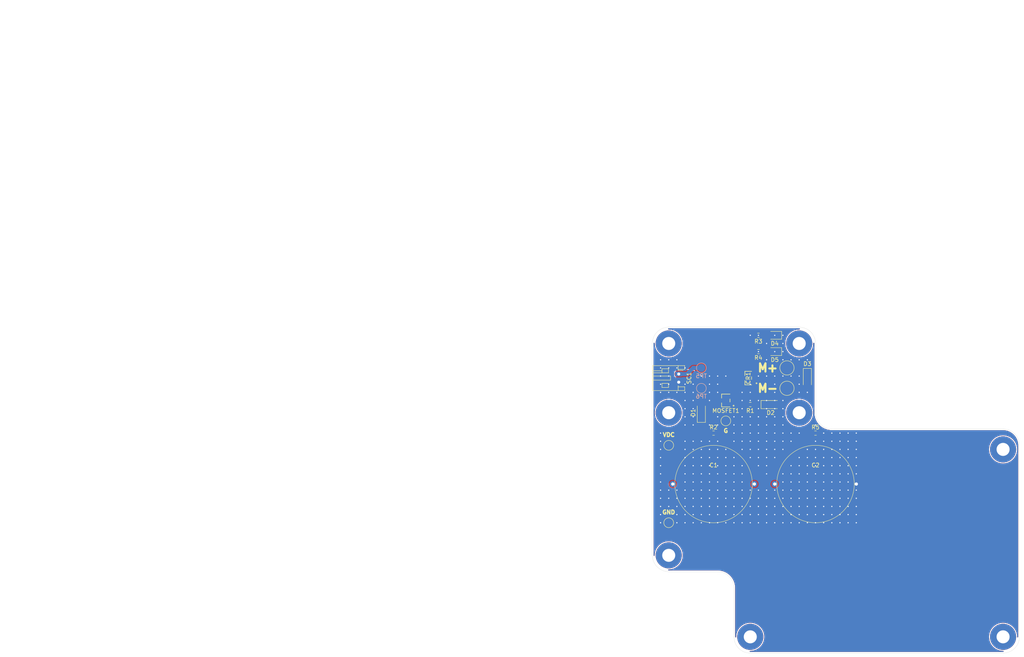
<source format=kicad_pcb>
(kicad_pcb (version 20241229) (generator "pcbnew") (generator_version "9.0")
  (layers (0 "F.Cu" signal) (2 "B.Cu" signal) (13 "F.Paste" user) (15 "B.Paste" user) (5 "F.SilkS" user "F.Silkscreen") (7 "B.SilkS" user "B.Silkscreen") (1 "F.Mask" user) (3 "B.Mask" user) (25 "Edge.Cuts" user))
  (net 0 "")
  (net 1 "Net-(C1-Pad2)")
  (net 2 "VDC")
  (net 3 "GND")
  (net 4 "/MOTOR_ON")
  (net 5 "Net-(CR1-Pad3)")
  (net 6 "Net-(D2-K)")
  (net 7 "Net-(D1-A)")
  (net 8 "Net-(D4-A)")
  (net 9 "Net-(D5-A)")
  (net 10 "Net-(MOSFET1-Pad1)")
  (footprint "LED_SMD:LED_0805_2012Metric" (layer "F.Cu") (at 190 86 180)
    (property "Reference" "D5" (at 0 -2 0) (layer "F.SilkS"))
    (property "Value" "Green")
    (fp_line (start 1 -0.96) (end -1.685 -0.96) (stroke (width 0.12)) (layer "F.SilkS"))
    (fp_line (start -1.685 0.96) (end 1 0.96) (stroke (width 0.12)) (layer "F.SilkS"))
    (fp_line (start -1.685 -0.96) (end -1.685 0.96) (stroke (width 0.12)) (layer "F.SilkS"))
    (pad "1" smd roundrect (at -0.9375 0 180) (size 0.975 1.4) (layers "F.Cu" "F.Mask" "F.Paste") (net 3 "GND"))
    (pad "2" smd roundrect (at 0.9375 0 180) (size 0.975 1.4) (layers "F.Cu" "F.Mask" "F.Paste") (net 9 "Net-(D5-A)"))
  )
  (footprint "TestPoint:TestPoint_Pad_D2.0mm" (layer "F.Cu") (at 178 103)
    (property "Reference" "TP3" (hide yes))
    (property "Value" "TestPoint")
    (fp_circle (center 0 0) (end 0 1.2) (stroke (width 0.12)) (fill no) (layer "F.SilkS"))
    (pad "1" smd circle (at 0 0) (size 2 2) (layers "F.Cu" "F.Mask") (net 10 "Net-(MOSFET1-Pad1)"))
  )
  (footprint "Resistor_SMD:R_0603_1608Metric" (layer "F.Cu") (at 184 99)
    (property "Reference" "R1" (at 0 1.5 0) (layer "F.SilkS"))
    (property "Value" "1.24k")
    (fp_line (start -0.237258 -0.5225) (end 0.237258 -0.5225) (stroke (width 0.12)) (layer "F.SilkS"))
    (fp_line (start -0.237258 0.5225) (end 0.237258 0.5225) (stroke (width 0.12)) (layer "F.SilkS"))
    (pad "1" smd roundrect (at -0.825 0) (size 0.8 0.95) (layers "F.Cu" "F.Mask" "F.Paste") (net 5 "Net-(CR1-Pad3)"))
    (pad "2" smd roundrect (at 0.825 0) (size 0.8 0.95) (layers "F.Cu" "F.Mask" "F.Paste") (net 6 "Net-(D2-K)"))
  )
  (footprint "MCR100_8:SOT23_DIO" (layer "F.Cu") (at 183.5 92.5 90)
    (property "Reference" "CR1" (at 0 0 90) (layer "F.SilkS"))
    (property "Value" "MCR100-8")
    (fp_line (start 1.651 -0.8255) (end 0.61214 -0.8255) (stroke (width 0.1524)) (layer "F.SilkS"))
    (fp_line (start -0.61214 -0.8255) (end -1.651 -0.8255) (stroke (width 0.1524)) (layer "F.SilkS"))
    (fp_line (start -1.651 -0.8255) (end -1.651 0.8255) (stroke (width 0.1524)) (layer "F.SilkS"))
    (fp_line (start 1.651 0.8255) (end 1.651 -0.8255) (stroke (width 0.1524)) (layer "F.SilkS"))
    (fp_line (start -0.337861 0.8255) (end 0.337861 0.8255) (stroke (width 0.1524)) (layer "F.SilkS"))
    (fp_circle (center -1.27 2.032) (end -1.143 2.032) (stroke (width 0.1524)) (fill no) (layer "F.SilkS"))
    (pad "1" smd rect (at -0.950001 1.016 90) (size 0.5588 1.3208) (layers "F.Cu" "F.Mask" "F.Paste") (net 6 "Net-(D2-K)"))
    (pad "2" smd rect (at 0.950001 1.016 90) (size 0.5588 1.3208) (layers "F.Cu" "F.Mask" "F.Paste") (net 4 "/MOTOR_ON"))
    (pad "3" smd rect (at 0 -1.016 90) (size 0.5588 1.3208) (layers "F.Cu" "F.Mask" "F.Paste") (net 5 "Net-(CR1-Pad3)"))
  )
  (footprint "SSM3J338R_LF:SOT-23F_TOS" (layer "F.Cu") (at 178 98 90)
    (property "Reference" "MOSFET1" (at -2.5 0 0) (layer "F.SilkS"))
    (property "Value" "SSM3J338R_LF")
    (fp_line (start 1.5748 -1.0287) (end 0.58674 -1.0287) (stroke (width 0.1524)) (layer "F.SilkS"))
    (fp_line (start -0.58674 -1.0287) (end -1.5748 -1.0287) (stroke (width 0.1524)) (layer "F.SilkS"))
    (fp_line (start -1.5748 -1.0287) (end -1.5748 1.0287) (stroke (width 0.1524)) (layer "F.SilkS"))
    (fp_line (start 1.5748 1.0287) (end 1.5748 -1.0287) (stroke (width 0.1524)) (layer "F.SilkS"))
    (fp_line (start -0.363261 1.0287) (end 0.363261 1.0287) (stroke (width 0.1524)) (layer "F.SilkS"))
    (fp_circle (center -1.27 1.905) (end -1.143 1.905) (stroke (width 0.1524)) (fill no) (layer "F.SilkS"))
    (pad "1" smd rect (at -0.950001 1.1938 90) (size 0.508 0.508) (layers "F.Cu" "F.Mask" "F.Paste") (net 10 "Net-(MOSFET1-Pad1)"))
    (pad "2" smd rect (at 0.950001 1.1938 90) (size 0.508 0.508) (layers "F.Cu" "F.Mask" "F.Paste") (net 5 "Net-(CR1-Pad3)"))
    (pad "3" smd rect (at 0 -1.1938 90) (size 0.508 0.508) (layers "F.Cu" "F.Mask" "F.Paste") (net 2 "VDC"))
  )
  (footprint "MountingHole:MountingHole_3.2mm_M3_Pad" (layer "F.Cu") (at 164 101)
    (property "Reference" "H3" (hide yes))
    (property "Value" "MountingHole")
    (pad "1" thru_hole circle (at 0 0) (size 6.4 6.4) (drill 3.2) (layers "*.Cu" "*.Mask"))
  )
  (footprint "MountingHole:MountingHole_3.2mm_M3_Pad" (layer "F.Cu") (at 164 84)
    (property "Reference" "H1" (hide yes))
    (property "Value" "MountingHole")
    (pad "1" thru_hole circle (at 0 0) (size 6.4 6.4) (drill 3.2) (layers "*.Cu" "*.Mask"))
  )
  (footprint "MountingHole:MountingHole_3.2mm_M3_Pad" (layer "F.Cu") (at 164 136)
    (property "Reference" "H5" (hide yes))
    (property "Value" "MountingHole")
    (pad "1" thru_hole circle (at 0 0) (size 6.4 6.4) (drill 3.2) (layers "*.Cu" "*.Mask"))
  )
  (footprint "Resistor_SMD:R_0603_1608Metric" (layer "F.Cu") (at 186 82)
    (property "Reference" "R3" (at 0 1.5 0) (layer "F.SilkS"))
    (property "Value" "22.1k")
    (fp_line (start -0.237258 -0.5225) (end 0.237258 -0.5225) (stroke (width 0.12)) (layer "F.SilkS"))
    (fp_line (start -0.237258 0.5225) (end 0.237258 0.5225) (stroke (width 0.12)) (layer "F.SilkS"))
    (pad "1" smd roundrect (at -0.825 0) (size 0.8 0.95) (layers "F.Cu" "F.Mask" "F.Paste") (net 2 "VDC"))
    (pad "2" smd roundrect (at 0.825 0) (size 0.8 0.95) (layers "F.Cu" "F.Mask" "F.Paste") (net 8 "Net-(D4-A)"))
  )
  (footprint "TestPoint:TestPoint_Pad_D3.0mm" (layer "F.Cu") (at 193 95)
    (property "Reference" "TP7" (hide yes))
    (property "Value" "TestPoint")
    (fp_circle (center 0 0) (end 0 1.75) (stroke (width 0.12)) (fill no) (layer "F.SilkS"))
    (pad "1" smd circle (at 0 0) (size 3 3) (layers "F.Cu" "F.Mask") (net 3 "GND"))
  )
  (footprint "TestPoint:TestPoint_Pad_D2.0mm" (layer "F.Cu") (at 164 109)
    (property "Reference" "TP1" (hide yes))
    (property "Value" "TestPoint")
    (fp_circle (center 0 0) (end 0 1.2) (stroke (width 0.12)) (fill no) (layer "F.SilkS"))
    (pad "1" smd circle (at 0 0) (size 2 2) (layers "F.Cu" "F.Mask") (net 2 "VDC"))
  )
  (footprint "LED_SMD:LED_0805_2012Metric" (layer "F.Cu") (at 190 82 180)
    (property "Reference" "D4" (at 0 -2 0) (layer "F.SilkS"))
    (property "Value" "Orange")
    (fp_line (start 1 -0.96) (end -1.685 -0.96) (stroke (width 0.12)) (layer "F.SilkS"))
    (fp_line (start -1.685 0.96) (end 1 0.96) (stroke (width 0.12)) (layer "F.SilkS"))
    (fp_line (start -1.685 -0.96) (end -1.685 0.96) (stroke (width 0.12)) (layer "F.SilkS"))
    (pad "1" smd roundrect (at -0.9375 0 180) (size 0.975 1.4) (layers "F.Cu" "F.Mask" "F.Paste") (net 3 "GND"))
    (pad "2" smd roundrect (at 0.9375 0 180) (size 0.975 1.4) (layers "F.Cu" "F.Mask" "F.Paste") (net 8 "Net-(D4-A)"))
  )
  (footprint "Resistor_SMD:R_0603_1608Metric" (layer "F.Cu") (at 186 86)
    (property "Reference" "R4" (at 0 1.5 0) (layer "F.SilkS"))
    (property "Value" "22.1k")
    (fp_line (start -0.237258 -0.5225) (end 0.237258 -0.5225) (stroke (width 0.12)) (layer "F.SilkS"))
    (fp_line (start -0.237258 0.5225) (end 0.237258 0.5225) (stroke (width 0.12)) (layer "F.SilkS"))
    (pad "1" smd roundrect (at -0.825 0) (size 0.8 0.95) (layers "F.Cu" "F.Mask" "F.Paste") (net 4 "/MOTOR_ON"))
    (pad "2" smd roundrect (at 0.825 0) (size 0.8 0.95) (layers "F.Cu" "F.Mask" "F.Paste") (net 9 "Net-(D5-A)"))
  )
  (footprint "MountingHole:MountingHole_3.2mm_M3_Pad" (layer "F.Cu") (at 246 156)
    (property "Reference" "H7" (hide yes))
    (property "Value" "MountingHole")
    (pad "1" thru_hole circle (at 0 0) (size 6.4 6.4) (drill 3.2) (layers "*.Cu" "*.Mask"))
  )
  (footprint "MountingHole:MountingHole_3.2mm_M3_Pad" (layer "F.Cu") (at 184 156)
    (property "Reference" "H6" (hide yes))
    (property "Value" "MountingHole")
    (pad "1" thru_hole circle (at 0 0) (size 6.4 6.4) (drill 3.2) (layers "*.Cu" "*.Mask"))
  )
  (footprint "Connector_JST:JST_PH_S2B-PH-K_1x02_P2.00mm_Horizontal" (layer "F.Cu") (at 166.45 91.5 -90)
    (property "Reference" "SC1" (at 1 -2.55 90) (layer "F.SilkS"))
    (property "Value" "0.5W")
    (fp_line (start -2.06 6.36) (end 4.06 6.36) (stroke (width 0.12)) (layer "F.SilkS"))
    (fp_line (start 0.5 6.36) (end 0.5 2) (stroke (width 0.12)) (layer "F.SilkS"))
    (fp_line (start 4.06 6.36) (end 4.06 -1.46) (stroke (width 0.12)) (layer "F.SilkS"))
    (fp_line (start -1.3 4.1) (end -0.3 4.1) (stroke (width 0.12)) (layer "F.SilkS"))
    (fp_line (start -0.8 4.1) (end -0.8 6.36) (stroke (width 0.12)) (layer "F.SilkS"))
    (fp_line (start -0.3 4.1) (end -0.3 6.36) (stroke (width 0.12)) (layer "F.SilkS"))
    (fp_line (start -0.3 4.1) (end -0.3 2.5) (stroke (width 0.12)) (layer "F.SilkS"))
    (fp_line (start 2.3 4.1) (end 2.3 2.5) (stroke (width 0.12)) (layer "F.SilkS"))
    (fp_line (start 3.3 4.1) (end 2.3 4.1) (stroke (width 0.12)) (layer "F.SilkS"))
    (fp_line (start -1.3 2.5) (end -1.3 4.1) (stroke (width 0.12)) (layer "F.SilkS"))
    (fp_line (start -0.3 2.5) (end -1.3 2.5) (stroke (width 0.12)) (layer "F.SilkS"))
    (fp_line (start 2.3 2.5) (end 3.3 2.5) (stroke (width 0.12)) (layer "F.SilkS"))
    (fp_line (start 3.3 2.5) (end 3.3 4.1) (stroke (width 0.12)) (layer "F.SilkS"))
    (fp_line (start 0.5 2) (end 1.5 2) (stroke (width 0.12)) (layer "F.SilkS"))
    (fp_line (start 1.5 2) (end 1.5 6.36) (stroke (width 0.12)) (layer "F.SilkS"))
    (fp_line (start -2.06 0.14) (end -1.14 0.14) (stroke (width 0.12)) (layer "F.SilkS"))
    (fp_line (start -1.14 0.14) (end -1.14 -1.46) (stroke (width 0.12)) (layer "F.SilkS"))
    (fp_line (start -0.86 0.14) (end -1.14 0.14) (stroke (width 0.12)) (layer "F.SilkS"))
    (fp_line (start -0.86 0.14) (end -0.86 -1.075) (stroke (width 0.12)) (layer "F.SilkS"))
    (fp_line (start 3.14 0.14) (end 2.86 0.14) (stroke (width 0.12)) (layer "F.SilkS"))
    (fp_line (start 4.06 0.14) (end 3.14 0.14) (stroke (width 0.12)) (layer "F.SilkS"))
    (fp_line (start -2.06 -1.46) (end -2.06 6.36) (stroke (width 0.12)) (layer "F.SilkS"))
    (fp_line (start -1.14 -1.46) (end -2.06 -1.46) (stroke (width 0.12)) (layer "F.SilkS"))
    (fp_line (start 3.14 -1.46) (end 3.14 0.14) (stroke (width 0.12)) (layer "F.SilkS"))
    (fp_line (start 4.06 -1.46) (end 3.14 -1.46) (stroke (width 0.12)) (layer "F.SilkS"))
    (pad "1" thru_hole roundrect (at 0 0 270) (size 1.2 1.75) (drill 0.75) (layers "*.Cu" "*.Mask") (roundrect_rratio 0.208333) (net 7 "Net-(D1-A)"))
    (pad "2" thru_hole oval (at 2 0 270) (size 1.2 1.75) (drill 0.75) (layers "*.Cu" "*.Mask") (net 3 "GND"))
  )
  (footprint "MountingHole:MountingHole_3.2mm_M3_Pad" (layer "F.Cu") (at 246 110)
    (property "Reference" "H8" (hide yes))
    (property "Value" "MountingHole")
    (pad "1" thru_hole circle (at 0 0) (size 6.4 6.4) (drill 3.2) (layers "*.Cu" "*.Mask"))
  )
  (footprint "tobycms-cursed:big cap" (layer "F.Cu") (at 190 118.5)
    (property "Reference" "C2" (at 10 -4.62 0) (layer "F.SilkS"))
    (property "Value" "1")
    (fp_circle (center 10 0) (end 19.5 0) (stroke (width 0.1)) (fill no) (layer "F.SilkS"))
    (pad "1" thru_hole circle (at 0 0) (size 1.6 1.6) (drill 0.8) (layers "*.Cu" "*.Mask") (net 1 "Net-(C1-Pad2)"))
    (pad "2" thru_hole circle (at 20 0) (size 1.6 1.6) (drill 0.8) (layers "*.Cu" "*.Mask") (net 3 "GND"))
  )
  (footprint "tobycms-cursed:big cap" (layer "F.Cu") (at 165 118.5)
    (property "Reference" "C1" (at 10 -4.62 0) (layer "F.SilkS"))
    (property "Value" "1")
    (fp_circle (center 10 0) (end 19.5 0) (stroke (width 0.1)) (fill no) (layer "F.SilkS"))
    (pad "1" thru_hole circle (at 0 0) (size 1.6 1.6) (drill 0.8) (layers "*.Cu" "*.Mask") (net 2 "VDC"))
    (pad "2" thru_hole circle (at 20 0) (size 1.6 1.6) (drill 0.8) (layers "*.Cu" "*.Mask") (net 1 "Net-(C1-Pad2)"))
  )
  (footprint "Diode_SMD:D_SOD-123" (layer "F.Cu") (at 172 101 90)
    (property "Reference" "D1" (at 0 -2 90) (layer "F.SilkS"))
    (property "Value" "D_Schottky")
    (fp_line (start -2.36 -1) (end 1.65 -1) (stroke (width 0.12)) (layer "F.SilkS"))
    (fp_line (start -2.36 -1) (end -2.36 1) (stroke (width 0.12)) (layer "F.SilkS"))
    (fp_line (start -2.36 1) (end 1.65 1) (stroke (width 0.12)) (layer "F.SilkS"))
    (pad "1" smd roundrect (at -1.65 0 90) (size 0.9 1.2) (layers "F.Cu" "F.Mask" "F.Paste") (net 2 "VDC"))
    (pad "2" smd roundrect (at 1.65 0 90) (size 0.9 1.2) (layers "F.Cu" "F.Mask" "F.Paste") (net 7 "Net-(D1-A)"))
  )
  (footprint "Resistor_SMD:R_0603_1608Metric" (layer "F.Cu") (at 175 106)
    (property "Reference" "R2" (at 0 -1.43 0) (layer "F.SilkS"))
    (property "Value" "22.1k")
    (fp_line (start -0.237258 -0.5225) (end 0.237258 -0.5225) (stroke (width 0.12)) (layer "F.SilkS"))
    (fp_line (start -0.237258 0.5225) (end 0.237258 0.5225) (stroke (width 0.12)) (layer "F.SilkS"))
    (pad "1" smd roundrect (at -0.825 0) (size 0.8 0.95) (layers "F.Cu" "F.Mask" "F.Paste") (net 2 "VDC"))
    (pad "2" smd roundrect (at 0.825 0) (size 0.8 0.95) (layers "F.Cu" "F.Mask" "F.Paste") (net 1 "Net-(C1-Pad2)"))
  )
  (footprint "MountingHole:MountingHole_3.2mm_M3_Pad" (layer "F.Cu") (at 196 101)
    (property "Reference" "H4" (hide yes))
    (property "Value" "MountingHole")
    (pad "1" thru_hole circle (at 0 0) (size 6.4 6.4) (drill 3.2) (layers "*.Cu" "*.Mask"))
  )
  (footprint "TestPoint:TestPoint_Pad_D3.0mm" (layer "F.Cu") (at 193 90)
    (property "Reference" "TP4" (hide yes))
    (property "Value" "TestPoint")
    (fp_circle (center 0 0) (end 0 1.75) (stroke (width 0.12)) (fill no) (layer "F.SilkS"))
    (pad "1" smd circle (at 0 0) (size 3 3) (layers "F.Cu" "F.Mask") (net 4 "/MOTOR_ON"))
  )
  (footprint "MountingHole:MountingHole_3.2mm_M3_Pad" (layer "F.Cu") (at 196 84)
    (property "Reference" "H2" (hide yes))
    (property "Value" "MountingHole")
    (pad "1" thru_hole circle (at 0 0) (size 6.4 6.4) (drill 3.2) (layers "*.Cu" "*.Mask"))
  )
  (footprint "TestPoint:TestPoint_Pad_D2.0mm" (layer "F.Cu") (at 164 128)
    (property "Reference" "TP2" (hide yes))
    (property "Value" "TestPoint")
    (fp_circle (center 0 0) (end 0 1.2) (stroke (width 0.12)) (fill no) (layer "F.SilkS"))
    (pad "1" smd circle (at 0 0) (size 2 2) (layers "F.Cu" "F.Mask") (net 3 "GND"))
  )
  (footprint "Resistor_SMD:R_0603_1608Metric" (layer "F.Cu") (at 200 106)
    (property "Reference" "R5" (at 0 -1.43 0) (layer "F.SilkS"))
    (property "Value" "22.1k")
    (fp_line (start -0.237258 -0.5225) (end 0.237258 -0.5225) (stroke (width 0.12)) (layer "F.SilkS"))
    (fp_line (start -0.237258 0.5225) (end 0.237258 0.5225) (stroke (width 0.12)) (layer "F.SilkS"))
    (pad "1" smd roundrect (at -0.825 0) (size 0.8 0.95) (layers "F.Cu" "F.Mask" "F.Paste") (net 1 "Net-(C1-Pad2)"))
    (pad "2" smd roundrect (at 0.825 0) (size 0.8 0.95) (layers "F.Cu" "F.Mask" "F.Paste") (net 3 "GND"))
  )
  (footprint "Diode_SMD:D_SOD-123" (layer "F.Cu") (at 189 99)
    (property "Reference" "D2" (at 0 2 0) (layer "F.SilkS"))
    (property "Value" "3.9V")
    (fp_line (start -2.36 -1) (end -2.36 1) (stroke (width 0.12)) (layer "F.SilkS"))
    (fp_line (start -2.36 -1) (end 1.65 -1) (stroke (width 0.12)) (layer "F.SilkS"))
    (fp_line (start -2.36 1) (end 1.65 1) (stroke (width 0.12)) (layer "F.SilkS"))
    (pad "1" smd roundrect (at -1.65 0) (size 0.9 1.2) (layers "F.Cu" "F.Mask" "F.Paste") (net 6 "Net-(D2-K)"))
    (pad "2" smd roundrect (at 1.65 0) (size 0.9 1.2) (layers "F.Cu" "F.Mask" "F.Paste") (net 3 "GND"))
  )
  (footprint "Diode_SMD:D_SOD-123" (layer "F.Cu") (at 198 92.5 -90)
    (property "Reference" "D3" (at -3.5 0 180) (layer "F.SilkS"))
    (property "Value" "D_Schottky")
    (fp_line (start -2.36 1) (end 1.65 1) (stroke (width 0.12)) (layer "F.SilkS"))
    (fp_line (start -2.36 -1) (end -2.36 1) (stroke (width 0.12)) (layer "F.SilkS"))
    (fp_line (start -2.36 -1) (end 1.65 -1) (stroke (width 0.12)) (layer "F.SilkS"))
    (pad "1" smd roundrect (at -1.65 0 270) (size 0.9 1.2) (layers "F.Cu" "F.Mask" "F.Paste") (net 4 "/MOTOR_ON"))
    (pad "2" smd roundrect (at 1.65 0 270) (size 0.9 1.2) (layers "F.Cu" "F.Mask" "F.Paste") (net 3 "GND"))
  )
  (footprint "TestPoint:TestPoint_Pad_D2.0mm" (layer "B.Cu") (at 172 90)
    (property "Reference" "TP5" (at 0 1.998 180) (layer "B.SilkS") (effects (justify mirror)))
    (property "Value" "TestPoint")
    (fp_circle (center 0 0) (end 0 -1.2) (stroke (width 0.12)) (fill no) (layer "B.SilkS"))
    (pad "1" smd circle (at 0 0) (size 2 2) (layers "B.Cu" "B.Mask") (net 7 "Net-(D1-A)"))
  )
  (footprint "TestPoint:TestPoint_Pad_D2.0mm" (layer "B.Cu") (at 172 95)
    (property "Reference" "TP6" (at 0 1.998 180) (layer "B.SilkS") (effects (justify mirror)))
    (property "Value" "TestPoint")
    (fp_circle (center 0 0) (end 0 -1.2) (stroke (width 0.12)) (fill no) (layer "B.SilkS"))
    (pad "1" smd circle (at 0 0) (size 2 2) (layers "B.Cu" "B.Mask") (net 3 "GND"))
  )
  (gr_arc (start 196 80) (mid 198.828427 81.171573) (end 200 84) (stroke (width 0.05)) (layer "Edge.Cuts"))
  (gr_arc (start 184 160) (mid 181.171573 158.828427) (end 180 156) (stroke (width 0.05)) (layer "Edge.Cuts"))
  (gr_arc (start 160 84) (mid 161.171573 81.171573) (end 164 80) (stroke (width 0.05)) (layer "Edge.Cuts"))
  (gr_arc (start 250 156) (mid 248.828427 158.828427) (end 246 160) (stroke (width 0.05)) (layer "Edge.Cuts"))
  (gr_line (start 204 105) (end 246 105) (stroke (width 0.05)) (layer "Edge.Cuts"))
  (gr_line (start 246 160) (end 184 160) (stroke (width 0.05)) (layer "Edge.Cuts"))
  (gr_line (start 250 109) (end 250 156) (stroke (width 0.05)) (layer "Edge.Cuts"))
  (gr_line (start 176 140) (end 164 140) (stroke (width 0.05)) (layer "Edge.Cuts"))
  (gr_arc (start 164 140) (mid 161.171573 138.828427) (end 160 136) (stroke (width 0.05)) (layer "Edge.Cuts"))
  (gr_line (start 200 84) (end 200 101) (stroke (width 0.05)) (layer "Edge.Cuts"))
  (gr_line (start 180 156) (end 180 144) (stroke (width 0.05)) (layer "Edge.Cuts"))
  (gr_line (start 160 136) (end 160 84) (stroke (width 0.05)) (layer "Edge.Cuts"))
  (gr_line (start 164 80) (end 196 80) (stroke (width 0.05)) (layer "Edge.Cuts"))
  (gr_arc (start 204 105) (mid 201.171573 103.828427) (end 200 101) (stroke (width 0.05)) (layer "Edge.Cuts"))
  (gr_arc (start 246 105) (mid 248.828427 106.171573) (end 250 109) (stroke (width 0.05)) (layer "Edge.Cuts"))
  (gr_arc (start 176 140) (mid 178.828427 141.171573) (end 180 144) (stroke (width 0.05)) (layer "Edge.Cuts"))
  (gr_text "VDC" (at 164 107 0) (layer "F.SilkS") (effects (font (size 1 1) (thickness 0.5)) (justify bottom)))
  (gr_text "GND" (at 164 126 0) (layer "F.SilkS") (effects (font (size 1 1) (thickness 0.5)) (justify bottom)))
  (gr_text "M+" (at 191 90 0) (layer "F.SilkS") (effects (font (size 2 2) (thickness 0.5)) (justify right)))
  (gr_text "G" (at 178 106 0) (layer "F.SilkS") (effects (font (size 1 1) (thickness 0.5)) (justify bottom)))
  (gr_text "M-" (at 191 95 0) (layer "F.SilkS") (effects (font (size 2 2) (thickness 0.5)) (justify right)))
  (segment (start 190 118.5) (end 190 115.175) (width 2) (layer "F.Cu") (net 1))
  (segment (start 185 115.175) (end 175.825 106) (width 2) (layer "F.Cu") (net 1))
  (segment (start 185 118.5) (end 185 115.175) (width 2) (layer "F.Cu") (net 1))
  (segment (start 190 115.175) (end 199.175 106) (width 2) (layer "F.Cu") (net 1))
  (segment (start 185 118.5) (end 190 118.5) (width 2) (layer "F.Cu") (net 1))
  (segment (start 176.8062 98) (end 176.8062 95.1938) (width 0.5) (layer "F.Cu") (net 2))
  (segment (start 176.8062 95.1938) (end 183.5 88.5) (width 0.5) (layer "F.Cu") (net 2))
  (segment (start 183.5 88.5) (end 183.5 83.675) (width 0.5) (layer "F.Cu") (net 2))
  (segment (start 172 102.65) (end 172.1562 102.65) (width 2) (layer "F.Cu") (net 2))
  (segment (start 183.5 83.675) (end 185.175 82) (width 0.5) (layer "F.Cu") (net 2))
  (segment (start 172 106) (end 174.175 106) (width 1) (layer "F.Cu") (net 2))
  (segment (start 167 106) (end 172 106) (width 2) (layer "F.Cu") (net 2))
  (segment (start 165 110) (end 164 109) (width 2) (layer "F.Cu") (net 2))
  (segment (start 172.1562 102.65) (end 176.8062 98) (width 2) (layer "F.Cu") (net 2))
  (segment (start 165 118.5) (end 165 110) (width 2) (layer "F.Cu") (net 2))
  (segment (start 172 102.65) (end 172 106) (width 2) (layer "F.Cu") (net 2))
  (segment (start 164 109) (end 167 106) (width 2) (layer "F.Cu") (net 2))
  (via (at 190 94) (size 0.4) (drill 0.3) (layers "F.Cu" "B.Cu") (net 3))
  (via (at 166 88) (size 0.4) (drill 0.3) (layers "F.Cu" "B.Cu") (net 3))
  (via (at 164 94) (size 0.4) (drill 0.3) (layers "F.Cu" "B.Cu") (net 3))
  (via (at 190 106) (size 0.4) (drill 0.3) (layers "F.Cu" "B.Cu") (net 3))
  (via (at 172 126) (size 0.4) (drill 0.3) (layers "F.Cu" "B.Cu") (net 3))
  (via (at 180 118) (size 0.4) (drill 0.3) (layers "F.Cu" "B.Cu") (net 3))
  (via (at 170 100) (size 0.4) (drill 0.3) (layers "F.Cu" "B.Cu") (net 3))
  (via (at 186 106) (size 0.4) (drill 0.3) (layers "F.Cu" "B.Cu") (net 3))
  (via (at 204 124) (size 0.4) (drill 0.3) (layers "F.Cu" "B.Cu") (net 3))
  (via (at 164 96) (size 0.4) (drill 0.3) (layers "F.Cu" "B.Cu") (net 3))
  (via (at 162 96) (size 0.4) (drill 0.3) (layers "F.Cu" "B.Cu") (net 3))
  (via (at 172 128) (size 0.4) (drill 0.3) (layers "F.Cu" "B.Cu") (net 3))
  (via (at 194 118) (size 0.4) (drill 0.3) (layers "F.Cu" "B.Cu") (net 3))
  (via (at 198 128) (size 0.4) (drill 0.3) (layers "F.Cu" "B.Cu") (net 3))
  (via (at 174 104) (size 0.4) (drill 0.3) (layers "F.Cu" "B.Cu") (net 3))
  (via (at 182 126) (size 0.4) (drill 0.3) (layers "F.Cu" "B.Cu") (net 3))
  (via (at 168 116) (size 0.4) (drill 0.3) (layers "F.Cu" "B.Cu") (net 3))
  (via (at 168 98) (size 0.4) (drill 0.3) (layers "F.Cu" "B.Cu") (net 3))
  (via (at 180 124) (size 0.4) (drill 0.3) (layers "F.Cu" "B.Cu") (net 3))
  (via (at 202 112) (size 0.4) (drill 0.3) (layers "F.Cu" "B.Cu") (net 3))
  (via (at 166 90) (size 0.4) (drill 0.3) (layers "F.Cu" "B.Cu") (net 3))
  (via (at 190 120) (size 0.4) (drill 0.3) (layers "F.Cu" "B.Cu") (net 3))
  (via (at 194 116) (size 0.4) (drill 0.3) (layers "F.Cu" "B.Cu") (net 3))
  (via (at 184 128) (size 0.4) (drill 0.3) (layers "F.Cu" "B.Cu") (net 3))
  (via (at 170 104) (size 0.4) (drill 0.3) (layers "F.Cu" "B.Cu") (net 3))
  (via (at 180 112) (size 0.4) (drill 0.3) (layers "F.Cu" "B.Cu") (net 3))
  (via (at 168 110) (size 0.4) (drill 0.3) (layers "F.Cu" "B.Cu") (net 3))
  (via (at 172 92) (size 0.4) (drill 0.3) (layers "F.Cu" "B.Cu") (net 3))
  (via (at 186 108) (size 0.4) (drill 0.3) (layers "F.Cu" "B.Cu") (net 3))
  (via (at 176 116) (size 0.4) (drill 0.3) (layers "F.Cu" "B.Cu") (net 3))
  (via (at 188 92) (size 0.4) (drill 0.3) (layers "F.Cu" "B.Cu") (net 3))
  (via (at 168 90) (size 0.4) (drill 0.3) (layers "F.Cu" "B.Cu") (net 3))
  (via (at 166 120) (size 0.4) (drill 0.3) (layers "F.Cu" "B.Cu") (net 3))
  (via (at 174 108) (size 0.4) (drill 0.3) (layers "F.Cu" "B.Cu") (net 3))
  (via (at 166 126) (size 0.4) (drill 0.3) (layers "F.Cu" "B.Cu") (net 3))
  (via (at 200 128) (size 0.4) (drill 0.3) (layers "F.Cu" "B.Cu") (net 3))
  (via (at 176 122) (size 0.4) (drill 0.3) (layers "F.Cu" "B.Cu") (net 3))
  (via (at 184 82) (size 0.4) (drill 0.3) (layers "F.Cu" "B.Cu") (net 3))
  (via (at 178 120) (size 0.4) (drill 0.3) (layers "F.Cu" "B.Cu") (net 3))
  (via (at 166 128) (size 0.4) (drill 0.3) (layers "F.Cu" "B.Cu") (net 3))
  (via (at 178 128) (size 0.4) (drill 0.3) (layers "F.Cu" "B.Cu") (net 3))
  (via (at 190 128) (size 0.4) (drill 0.3) (layers "F.Cu" "B.Cu") (net 3))
  (via (at 204 122) (size 0.4) (drill 0.3) (layers "F.Cu" "B.Cu") (net 3))
  (via (at 196 126) (size 0.4) (drill 0.3) (layers "F.Cu" "B.Cu") (net 3))
  (via (at 174 120) (size 0.4) (drill 0.3) (layers "F.Cu" "B.Cu") (net 3))
  (via (at 168 126) (size 0.4) (drill 0.3) (layers "F.Cu" "B.Cu") (net 3))
  (via (at 210 108) (size 0.4) (drill 0.3) (layers "F.Cu" "B.Cu") (net 3))
  (via (at 166 122) (size 0.4) (drill 0.3) (layers "F.Cu" "B.Cu") (net 3))
  (via (at 168 122) (size 0.4) (drill 0.3) (layers "F.Cu" "B.Cu") (net 3))
  (via (at 186 110) (size 0.4) (drill 0.3) (layers "F.Cu" "B.Cu") (net 3))
  (via (at 202 128) (size 0.4) (drill 0.3) (layers "F.Cu" "B.Cu") (net 3))
  (via (at 210 110) (size 0.4) (drill 0.3) (layers "F.Cu" "B.Cu") (net 3))
  (via (at 184 94) (size 0.4) (drill 0.3) (layers "F.Cu" "B.Cu") (net 3))
  (via (at 202 110) (size 0.4) (drill 0.3) (layers "F.Cu" "B.Cu") (net 3))
  (via (at 210 126) (size 0.4) (drill 0.3) (layers "F.Cu" "B.Cu") (net 3))
  (via (at 210 120) (size 0.4) (drill 0.3) (layers "F.Cu" "B.Cu") (net 3))
  (via (at 208 110) (size 0.4) (drill 0.3) (layers "F.Cu" "B.Cu") (net 3))
  (via (at 196 112) (size 0.4) (drill 0.3) (layers "F.Cu" "B.Cu") (net 3))
  (via (at 194 122) (size 0.4) (drill 0.3) (layers "F.Cu" "B.Cu") (net 3))
  (via (at 180 102) (size 0.4) (drill 0.3) (layers "F.Cu" "B.Cu") (net 3))
  (via (at 210 124) (size 0.4) (drill 0.3) (layers "F.Cu" "B.Cu") (net 3))
  (via (at 184 122) (size 0.4) (drill 0.3) (layers "F.Cu" "B.Cu") (net 3))
  (via (at 180 114) (size 0.4) (drill 0.3) (layers "F.Cu" "B.Cu") (net 3))
  (via (at 194 120) (size 0.4) (drill 0.3) (layers "F.Cu" "B.Cu") (net 3))
  (via (at 200 110) (size 0.4) (drill 0.3) (layers "F.Cu" "B.Cu") (net 3))
  (via (at 186 98) (size 0.4) (drill 0.3) (layers "F.Cu" "B.Cu") (net 3))
  (via (at 184 102) (size 0.4) (drill 0.3) (layers "F.Cu" "B.Cu") (net 3))
  (via (at 170 114) (size 0.4) (drill 0.3) (layers "F.Cu" "B.Cu") (net 3))
  (via (at 208 118) (size 0.4) (drill 0.3) (layers "F.Cu" "B.Cu") (net 3))
  (via (at 188 108) (size 0.4) (drill 0.3) (layers "F.Cu" "B.Cu") (net 3))
  (via (at 168 94) (size 0.4) (drill 0.3) (layers "F.Cu" "B.Cu") (net 3))
  (via (at 196 122) (size 0.4) (drill 0.3) (layers "F.Cu" "B.Cu") (net 3))
  (via (at 208 122) (size 0.4) (drill 0.3) (layers "F.Cu" "B.Cu") (net 3))
  (via (at 186 102) (size 0.4) (drill 0.3) (layers "F.Cu" "B.Cu") (net 3))
  (via (at 174 128) (size 0.4) (drill 0.3) (layers "F.Cu" "B.Cu") (net 3))
  (via (at 192 88) (size 0.4) (drill 0.3) (layers "F.Cu" "B.Cu") (net 3))
  (via (at 182 108) (size 0.4) (drill 0.3) (layers "F.Cu" "B.Cu") (net 3))
  (via (at 202 108) (size 0.4) (drill 0.3) (layers "F.Cu" "B.Cu") (net 3))
  (via (at 182 104) (size 0.4) (drill 0.3) (layers "F.Cu" "B.Cu") (net 3))
  (via (at 186 126) (size 0.4) (drill 0.3) (layers "F.Cu" "B.Cu") (net 3))
  (via (at 208 114) (size 0.4) (drill 0.3) (layers "F.Cu" "B.Cu") (net 3))
  (via (at 170 96) (size 0.4) (drill 0.3) (layers "F.Cu" "B.Cu") (net 3))
  (via (at 188 84) (size 0.4) (drill 0.3) (layers "F.Cu" "B.Cu") (net 3))
  (via (at 198 116) (size 0.4) (drill 0.3) (layers "F.Cu" "B.Cu") (net 3))
  (via (at 194 114) (size 0.4) (drill 0.3) (layers "F.Cu" "B.Cu") (net 3))
  (via (at 202 106) (size 0.4) (drill 0.3) (layers "F.Cu" "B.Cu") (net 3))
  (via (at 162 114) (size 0.4) (drill 0.3) (layers "F.Cu" "B.Cu") (net 3))
  (via (at 208 128) (size 0.4) (drill 0.3) (layers "F.Cu" "B.Cu") (net 3))
  (via (at 210 122) (size 0.4) (drill 0.3) (layers "F.Cu" "B.Cu") (net 3))
  (via (at 168 112) (size 0.4) (drill 0.3) (layers "F.Cu" "B.Cu") (net 3))
  (via (at 208 120) (size 0.4) (drill 0.3) (layers "F.Cu" "B.Cu") (net 3))
  (via (at 202 124) (size 0.4) (drill 0.3) (layers "F.Cu" "B.Cu") (net 3))
  (via (at 170 120) (size 0.4) (drill 0.3) (layers "F.Cu" "B.Cu") (net 3))
  (via (at 182 98) (size 0.4) (drill 0.3) (layers "F.Cu" "B.Cu") (net 3))
  (via (at 168 114) (size 0.4) (drill 0.3) (layers "F.Cu" "B.Cu") (net 3))
  (via (at 188 124) (size 0.4) (drill 0.3) (layers "F.Cu" "B.Cu") (net 3))
  (via (at 170 112) (size 0.4) (drill 0.3) (layers "F.Cu" "B.Cu") (net 3))
  (via (at 190 86) (size 0.4) (drill 0.3) (layers "F.Cu" "B.Cu") (net 3))
  (via (at 190 124) (size 0.4) (drill 0.3) (layers "F.Cu" "B.Cu") (net 3))
  (via (at 190 100) (size 0.4) (drill 0.3) (layers "F.Cu" "B.Cu") (net 3))
  (via (at 186 100) (size 0.4) (drill 0.3) (layers "F.Cu" "B.Cu") (net 3))
  (via (at 206 108) (size 0.4) (drill 0.3) (layers "F.Cu" "B.Cu") (net 3))
  (via (at 176 128) (size 0.4) (drill 0.3) (layers "F.Cu" "B.Cu") (net 3))
  (via (at 174 116) (size 0.4) (drill 0.3) (layers "F.Cu" "B.Cu") (net 3))
  (via (at 172 108) (size 0.4) (drill 0.3) (layers "F.Cu" "B.Cu") (net 3))
  (via (at 162 122) (size 0.4) (drill 0.3) (layers "F.Cu" "B.Cu") (net 3))
  (via (at 192 82) (size 0.4) (drill 0.3) (layers "F.Cu" "B.Cu") (net 3))
  (via (at 172 124) (size 0.4) (drill 0.3) (layers "F.Cu" "B.Cu") (net 3))
  (via (at 192 126) (size 0.4) (drill 0.3) (layers "F.Cu" "B.Cu") (net 3))
  (via (at 198 126) (size 0.4) (drill 0.3) (layers "F.Cu" "B.Cu") (net 3))
  (via (at 184 120) (size 0.4) (drill 0.3) (layers "F.Cu" "B.Cu") (net 3))
  (via (at 186 112) (size 0.4) (drill 0.3) (layers "F.Cu" "B.Cu") (net 3))
  (via (at 174 96) (size 0.4) (drill 0.3) (layers "F.Cu" "B.Cu") (net 3))
  (via (at 162 88) (size 0.4) (drill 0.3) (layers "F.Cu" "B.Cu") (net 3))
  (via (at 186 104) (size 0.4) (drill 0.3) (layers "F.Cu" "B.Cu") (net 3))
  (via (at 188 110) (size 0.4) (drill 0.3) (layers "F.Cu" "B.Cu") (net 3))
  (via (at 170 126) (size 0.4) (drill 0.3) (layers "F.Cu" "B.Cu") (net 3))
  (via (at 168 104) (size 0.4) (drill 0.3) (layers "F.Cu" "B.Cu") (net 3))
  (via (at 194 124) (size 0.4) (drill 0.3) (layers "F.Cu" "B.Cu") (net 3))
  (via (at 180 106) (size 0.4) (drill 0.3) (layers "F.Cu" "B.Cu") (net 3))
  (via (at 210 106) (size 0.4) (drill 0.3) (layers "F.Cu" "B.Cu") (net 3))
  (via (at 188 102) (size 0.4) (drill 0.3) (layers "F.Cu" "B.Cu") (net 3))
  (via (at 182 110) (size 0.4) (drill 0.3) (layers "F.Cu" "B.Cu") (net 3))
  (via (at 210 112) (size 0.4) (drill 0.3) (layers "F.Cu" "B.Cu") (net 3))
  (via (at 176 92) (size 0.4) (drill 0.3) (layers "F.Cu" "B.Cu") (net 3))
  (via (at 192 98) (size 0.4) (drill 0.3) (layers "F.Cu" "B.Cu") (net 3))
  (via (at 194 108) (size 0.4) (drill 0.3) (layers "F.Cu" "B.Cu") (net 3))
  (via (at 192 124) (size 0.4) (drill 0.3) (layers "F.Cu" "B.Cu") (net 3))
  (via (at 188 120) (size 0.4) (drill 0.3) (layers "F.Cu" "B.Cu") (net 3))
  (via (at 182 116) (size 0.4) (drill 0.3) (layers "F.Cu" "B.Cu") (net 3))
  (via (at 174 114) (size 0.4) (drill 0.3) (layers "F.Cu" "B.Cu") (net 3))
  (via (at 198 124) (size 0.4) (drill 0.3) (layers "F.Cu" "B.Cu") (net 3))
  (via (at 192 110) (size 0.4) (drill 0.3) (layers "F.Cu" "B.Cu") (net 3))
  (via (at 190 98) (size 0.4) (drill 0.3) (layers "F.Cu" "B.Cu") (net 3))
  (via (at 196 120) (size 0.4) (drill 0.3) (layers "F.Cu" "B.Cu") (net 3))
  (via (at 206 128) (size 0.4) (drill 0.3) (layers "F.Cu" "B.Cu") (net 3))
  (via (at 190 82) (size 0.4) (drill 0.3) (layers "F.Cu" "B.Cu") (net 3))
  (via (at 194 106) (size 0.4) (drill 0.3) (layers "F.Cu" "B.Cu") (net 3))
  (via (at 162 108) (size 0.4) (drill 0.3) (layers "F.Cu" "B.Cu") (net 3))
  (via (at 208 112) (size 0.4) (drill 0.3) (layers "F.Cu" "B.Cu") (net 3))
  (via (at 206 114) (size 0.4) (drill 0.3) (layers "F.Cu" "B.Cu") (net 3))
  (via (at 184 126) (size 0.4) (drill 0.3) (layers "F.Cu" "B.Cu") (net 3))
  (via (at 202 118) (size 0.4) (drill 0.3) (layers "F.Cu" "B.Cu") (net 3))
  (via (at 188 112) (size 0.4) (drill 0.3) (layers "F.Cu" "B.Cu") (net 3))
  (via (at 178 114) (size 0.4) (drill 0.3) (layers "F.Cu" "B.Cu") (net 3))
  (via (at 200 108) (size 0.4) (drill 0.3) (layers "F.Cu" "B.Cu") (net 3))
  (via (at 170 108) (size 0.4) (drill 0.3) (layers "F.Cu" "B.Cu") (net 3))
  (via (at 176 114) (size 0.4) (drill 0.3) (layers "F.Cu" "B.Cu") (net 3))
  (via (at 190 102) (size 0.4) (drill 0.3) (layers "F.Cu" "B.Cu") (net 3))
  (via (at 188 100) (size 0.4) (drill 0.3) (layers "F.Cu" "B.Cu") (net 3))
  (via (at 206 120) (size 0.4) (drill 0.3) (layers "F.Cu" "B.Cu") (net 3))
  (via (at 164 122) (size 0.4) (drill 0.3) (layers "F.Cu" "B.Cu") (net 3))
  (via (at 196 124) (size 0.4) (drill 0.3) (layers "F.Cu" "B.Cu") (net 3))
  (via (at 174 124) (size 0.4) (drill 0.3) (layers "F.Cu" "B.Cu") (net 3))
  (via (at 176 120) (size 0.4) (drill 0.3) (layers "F.Cu" "B.Cu") (net 3))
  (via (at 206 112) (size 0.4) (drill 0.3) (layers "F.Cu" "B.Cu") (net 3))
  (via (at 192 104) (size 0.4) (drill 0.3) (layers "F.Cu" "B.Cu") (net 3))
  (via (at 182 106) (size 0.4) (drill 0.3) (layers "F.Cu" "B.Cu") (net 3))
  (via (at 176 124) (size 0.4) (drill 0.3) (layers "F.Cu" "B.Cu") (net 3))
  (via (at 206 118) (size 0.4) (drill 0.3) (layers "F.Cu" "B.Cu") (net 3))
  (via (at 204 112) (size 0.4) (drill 0.3) (layers "F.Cu" "B.Cu") (net 3))
  (via (at 200 114) (size 0.4) (drill 0.3) (layers "F.Cu" "B.Cu") (net 3))
  (via (at 170 102) (size 0.4) (drill 0.3) (layers "F.Cu" "B.Cu") (net 3))
  (via (at 176 96) (size 0.4) (drill 0.3) (layers "F.Cu" "B.Cu") (net 3))
  (via (at 200 126) (size 0.4) (drill 0.3) (layers "F.Cu" "B.Cu") (net 3))
  (via (at 202 122) (size 0.4) (drill 0.3) (layers "F.Cu" "B.Cu") (net 3))
  (via (at 174 122) (size 0.4) (drill 0.3) (layers "F.Cu" "B.Cu") (net 3))
  (via (at 184 124) (size 0.4) (drill 0.3) (layers "F.Cu" "B.Cu") (net 3))
  (via (at 202 120) (size 0.4) (drill 0.3) (layers "F.Cu" "B.Cu") (net 3))
  (via (at 190 104) (size 0.4) (drill 0.3) (layers "F.Cu" "B.Cu") (net 3))
  (via (at 162 94) (size 0.4) (drill 0.3) (layers "F.Cu" "B.Cu") (net 3))
  (via (at 172 122) (size 0.4) (drill 0.3) (layers "F.Cu" "B.Cu") (net 3))
  (via (at 192 108) (size 0.4) (drill 0.3) (layers "F.Cu" "B.Cu") (net 3))
  (via (at 190 110) (size 0.4) (drill 0.3) (layers "F.Cu" "B.Cu") (net 3))
  (via (at 188 106) (size 0.4) (drill 0.3) (layers "F.Cu" "B.Cu") (net 3))
  (via (at 198 96) (size 0.4) (drill 0.3) (layers "F.Cu" "B.Cu") (net 3))
  (via (at 162 92) (size 0.4) (drill 0.3) (layers "F.Cu" "B.Cu") (net 3))
  (via (at 196 92) (size 0.4) (drill 0.3) (layers "F.Cu" "B.Cu") (net 3))
  (via (at 170 116) (size 0.4) (drill 0.3) (layers "F.Cu" "B.Cu") (net 3))
  (via (at 172 114) (size 0.4) (drill 0.3) (layers "F.Cu" "B.Cu") (net 3))
  (via (at 180 116) (size 0.4) (drill 0.3) (layers "F.Cu" "B.Cu") (net 3))
  (via (at 206 110) (size 0.4) (drill 0.3) (layers "F.Cu" "B.Cu") (net 3))
  (via (at 196 106) (size 0.4) (drill 0.3) (layers "F.Cu" "B.Cu") (net 3))
  (via (at 186 92) (size 0.4) (drill 0.3) (layers "F.Cu" "B.Cu") (net 3))
  (via (at 188 88) (size 0.4) (drill 0.3) (layers "F.Cu" "B.Cu") (net 3))
  (via (at 170 98) (size 0.4) (drill 0.3) (layers "F.Cu" "B.Cu") (net 3))
  (via (at 166 124) (size 0.4) (drill 0.3) (layers "F.Cu" "B.Cu") (net 3))
  (via (at 196 96) (size 0.4) (drill 0.3) (layers "F.Cu" "B.Cu") (net 3))
  (via (at 188 128) (size 0.4) (drill 0.3) (layers "F.Cu" "B.Cu") (net 3))
  (via (at 178 116) (size 0.4) (drill 0.3) (layers "F.Cu" "B.Cu") (net 3))
  (via (at 192 118) (size 0.4) (drill 0.3) (layers "F.Cu" "B.Cu") (net 3))
  (via (at 184 106) (size 0.4) (drill 0.3) (layers "F.Cu" "B.Cu") (net 3))
  (via (at 176 126) (size 0.4) (drill 0.3) (layers "F.Cu" "B.Cu") (net 3))
  (via (at 172 118) (size 0.4) (drill 0.3) (layers "F.Cu" "B.Cu") (net 3))
  (via (at 206 106) (size 0.4) (drill 0.3) (layers "F.Cu" "B.Cu") (net 3))
  (via (at 164 124) (size 0.4) (drill 0.3) (layers "F.Cu" "B.Cu") (net 3))
  (via (at 162 112) (size 0.4) (drill 0.3) (layers "F.Cu" "B.Cu") (net 3))
  (via (at 204 120) (size 0.4) (drill 0.3) (layers "F.Cu" "B.Cu") (net 3))
  (via (at 186 86) (size 0.4) (drill 0.3) (layers "F.Cu" "B.Cu") (net 3))
  (via (at 190 112) (size 0.4) (drill 0.3) (layers "F.Cu" "B.Cu") (net 3))
  (via (at 170 122) (size 0.4) (drill 0.3) (layers "F.Cu" "B.Cu") (net 3))
  (via (at 192 86) (size 0.4) (drill 0.3) (layers "F.Cu" "B.Cu") (net 3))
  (via (at 204 118) (size 0.4) (drill 0.3) (layers "F.Cu" "B.Cu") (net 3))
  (via (at 164 92) (size 0.4) (drill 0.3) (layers "F.Cu" "B.Cu") (net 3))
  (via (at 204 126) (size 0.4) (drill 0.3) (layers "F.Cu" "B.Cu") (net 3))
  (via (at 182 120) (size 0.4) (drill 0.3) (layers "F.Cu" "B.Cu") (net 3))
  (via (at 186 120) (size 0.4) (drill 0.3) (layers "F.Cu" "B.Cu") (net 3))
  (via (at 198 120) (size 0.4) (drill 0.3) (layers "F.Cu" "B.Cu") (net 3))
  (via (at 162 118) (size 0.4) (drill 0.3) (layers "F.Cu" "B.Cu") (net 3))
  (via (at 162 120) (size 0.4) (drill 0.3) (layers "F.Cu" "B.Cu") (net 3))
  (via (at 204 110) (size 0.4) (drill 0.3) (layers "F.Cu" "B.Cu") (net 3))
  (via (at 162 110) (size 0.4) (drill 0.3) (layers "F.Cu" "B.Cu") (net 3))
  (via (at 194 126) (size 0.4) (drill 0.3) (layers "F.Cu" "B.Cu") (net 3))
  (via (at 172 120) (size 0.4) (drill 0.3) (layers "F.Cu" "B.Cu") (net 3))
  (via (at 164 88) (size 0.4) (drill 0.3) (layers "F.Cu" "B.Cu") (net 3))
  (via (at 162 106) (size 0.4) (drill 0.3) (layers "F.Cu" "B.Cu") (net 3))
  (via (at 196 94) (size 0.4) (drill 0.3) (layers "F.Cu" "B.Cu") (net 3))
  (via (at 166 96) (size 0.4) (drill 0.3) (layers "F.Cu" "B.Cu") (net 3))
  (via (at 176 118) (size 0.4) (drill 0.3) (layers "F.Cu" "B.Cu") (net 3))
  (via (at 184 112) (size 0.4) (drill 0.3) (layers "F.Cu" "B.Cu") (net 3))
  (via (at 174 98) (size 0.4) (drill 0.3) (layers "F.Cu" "B.Cu") (net 3))
  (via (at 208 108) (size 0.4) (drill 0.3) (layers "F.Cu" "B.Cu") (net 3))
  (via (at 184 98) (size 0.4) (drill 0.3) (layers "F.Cu" "B.Cu") (net 3))
  (via (at 178 92) (size 0.4) (drill 0.3) (layers "F.Cu" "B.Cu") (net 3))
  (via (at 196 116) (size 0.4) (drill 0.3) (layers "F.Cu" "B.Cu") (net 3))
  (via (at 206 124) (size 0.4) (drill 0.3) (layers "F.Cu" "B.Cu") (net 3))
  (via (at 194 92) (size 0.4) (drill 0.3) (layers "F.Cu" "B.Cu") (net 3))
  (via (at 176 104) (size 0.4) (drill 0.3) (layers "F.Cu" "B.Cu") (net 3))
  (via (at 192 92) (size 0.4) (drill 0.3) (layers "F.Cu" "B.Cu") (net 3))
  (via (at 168 128) (size 0.4) (drill 0.3) (layers "F.Cu" "B.Cu") (net 3))
  (via (at 172 116) (size 0.4) (drill 0.3) (layers "F.Cu" "B.Cu") (net 3))
  (via (at 164 90) (size 0.4) (drill 0.3) (layers "F.Cu" "B.Cu") (net 3))
  (via (at 162 116) (size 0.4) (drill 0.3) (layers "F.Cu" "B.Cu") (net 3))
  (via (at 168 102) (size 0.4) (drill 0.3) (layers "F.Cu" "B.Cu") (net 3))
  (via (at 206 126) (size 0.4) (drill 0.3) (layers "F.Cu" "B.Cu") (net 3))
  (via (at 178 126) (size 0.4) (drill 0.3) (layers "F.Cu" "B.Cu") (net 3))
  (via (at 168 118) (size 0.4) (drill 0.3) (layers "F.Cu" "B.Cu") (net 3))
  (via (at 192 102) (size 0.4) (drill 0.3) (layers "F.Cu" "B.Cu") (net 3))
  (via (at 168 120) (size 0.4) (drill 0.3) (layers "F.Cu" "B.Cu") (net 3))
  (via (at 174 92) (size 0.4) (drill 0.3) (layers "F.Cu" "B.Cu") (net 3))
  (via (at 198 88) (size 0.4) (drill 0.3) (layers "F.Cu" "B.Cu") (net 3))
  (via (at 186 122) (size 0.4) (drill 0.3) (layers "F.Cu" "B.Cu") (net 3))
  (via (at 192 100) (size 0.4) (drill 0.3) (layers "F.Cu" "B.Cu") (net 3))
  (via (at 188 98) (size 0.4) (drill 0.3) (layers "F.Cu" "B.Cu") (net 3))
  (via (at 210 128) (size 0.4) (drill 0.3) (layers "F.Cu" "B.Cu") (net 3))
  (via (at 208 126) (size 0.4) (drill 0.3) (layers "F.Cu" "B.Cu") (net 3))
  (via (at 184 104) (size 0.4) (drill 0.3) (layers "F.Cu" "B.Cu") (net 3))
  (via (at 196 118) (size 0.4) (drill 0.3) (layers "F.Cu" "B.Cu") (net 3))
  (via (at 188 104) (size 0.4) (drill 0.3) (layers "F.Cu" "B.Cu") (net 3))
  (via (at 178 118) (size 0.4) (drill 0.3) (layers "F.Cu" "B.Cu") (net 3))
  (via (at 190 96) (size 0.4) (drill 0.3) (layers "F.Cu" "B.Cu") (net 3))
  (via (at 180 120) (size 0.4) (drill 0.3) (layers "F.Cu" "B.Cu") (net 3))
  (via (at 162 128) (size 0.4) (drill 0.3) (layers "F.Cu" "B.Cu") (net 3))
  (via (at 182 102) (size 0.4) (drill 0.3) (layers "F.Cu" "B.Cu") (net 3))
  (via (at 174 110) (size 0.4) (drill 0.3) (layers "F.Cu" "B.Cu") (net 3))
  (via (at 208 106) (size 0.4) (drill 0.3) (layers "F.Cu" "B.Cu") (net 3))
  (via (at 210 116) (size 0.4) (drill 0.3) (layers "F.Cu" "B.Cu") (net 3))
  (via (at 168 108) (size 0.4) (drill 0.3) (layers "F.Cu" "B.Cu") (net 3))
  (via (at 200 104) (size 0.4) (drill 0.3) (layers "F.Cu" "B.Cu") (net 3))
  (via (at 202 126) (size 0.4) (drill 0.3) (layers "F.Cu" "B.Cu") (net 3))
  (via (at 204 108) (size 0.4) (drill 0.3) (layers "F.Cu" "B.Cu") (net 3))
  (via (at 188 116) (size 0.4) (drill 0.3) (layers "F.Cu" "B.Cu") (net 3))
  (via (at 162 126) (size 0.4) (drill 0.3) (layers "F.Cu" "B.Cu") (net 3))
  (via (at 200 112) (size 0.4) (drill 0.3) (layers "F.Cu" "B.Cu") (net 3))
  (via (at 180 128) (size 0.4) (drill 0.3) (layers "F.Cu" "B.Cu") (net 3))
  (via (at 198 112) (size 0.4) (drill 0.3) (layers "F.Cu" "B.Cu") (net 3))
  (via (at 210 114) (size 0.4) (drill 0.3) (layers "F.Cu" "B.Cu") (net 3))
  (via (at 192 106) (size 0.4) (drill 0.3) (layers "F.Cu" "B.Cu") (net 3))
  (via (at 178 112) (size 0.4) (drill 0.3) (layers "F.Cu" "B.Cu") (net 3))
  (via (at 192 122) (size 0.4) (drill 0.3) (layers "F.Cu" "B.Cu") (net 3))
  (via (at 198 114) (size 0.4) (drill 0.3) (layers "F.Cu" "B.Cu") (net 3))
  (via (at 208 116) (size 0.4) (drill 0.3) (layers "F.Cu" "B.Cu") (net 3))
  (via (at 186 114) (size 0.4) (drill 0.3) (layers "F.Cu" "B.Cu") (net 3))
  (via (at 172 112) (size 0.4) (drill 0.3) (layers "F.Cu" "B.Cu") (net 3))
  (via (at 182 128) (size 0.4) (drill 0.3) (layers "F.Cu" "B.Cu") (net 3))
  (via (at 164 120) (size 0.4) (drill 0.3) (layers "F.Cu" "B.Cu") (net 3))
  (via (at 186 128) (size 0.4) (drill 0.3) (layers "F.Cu" "B.Cu") (net 3))
  (via (at 204 106) (size 0.4) (drill 0.3) (layers "F.Cu" "B.Cu") (net 3))
  (via (at 168 96) (size 0.4) (drill 0.3) (layers "F.Cu" "B.Cu") (net 3))
  (via (at 190 122) (size 0.4) (drill 0.3) (layers "F.Cu" "B.Cu") (net 3))
  (via (at 196 88) (size 0.4) (drill 0.3) (layers "F.Cu" "B.Cu") (net 3))
  (via (at 200 118) (size 0.4) (drill 0.3) (layers "F.Cu" "B.Cu") (net 3))
  (via (at 184 110) (size 0.4) (drill 0.3) (layers "F.Cu" "B.Cu") (net 3))
  (via (at 174 126) (size 0.4) (drill 0.3) (layers "F.Cu" "B.Cu") (net 3))
  (via (at 182 100) (size 0.4) (drill 0.3) (layers "F.Cu" "B.Cu") (net 3))
  (via (at 198 118) (size 0.4) (drill 0.3) (layers "F.Cu" "B.Cu") (net 3))
  (via (at 176 94) (size 0.4) (drill 0.3) (layers "F.Cu" "B.Cu") (net 3))
  (via (at 178 122) (size 0.4) (drill 0.3) (layers "F.Cu" "B.Cu") (net 3))
  (via (at 170 124) (size 0.4) (drill 0.3) (layers "F.Cu" "B.Cu") (net 3))
  (via (at 178 124) (size 0.4) (drill 0.3) (layers "F.Cu" "B.Cu") (net 3))
  (via (at 202 116) (size 0.4) (drill 0.3) (layers "F.Cu" "B.Cu") (net 3))
  (via (at 172 110) (size 0.4) (drill 0.3) (layers "F.Cu" "B.Cu") (net 3))
  (via (at 168 100) (size 0.4) (drill 0.3) (layers "F.Cu" "B.Cu") (net 3))
  (via (at 204 128) (size 0.4) (drill 0.3) (layers "F.Cu" "B.Cu") (net 3))
  (via (at 180 122) (size 0.4) (drill 0.3) (layers "F.Cu" "B.Cu") (net 3))
  (via (at 206 122) (size 0.4) (drill 0.3) (layers "F.Cu" "B.Cu") (net 3))
  (via (at 200 120) (size 0.4) (drill 0.3) (layers "F.Cu" "B.Cu") (net 3))
  (via (at 204 114) (size 0.4) (drill 0.3) (layers "F.Cu" "B.Cu") (net 3))
  (via (at 182 114) (size 0.4) (drill 0.3) (layers "F.Cu" "B.Cu") (net 3))
  (via (at 192 120) (size 0.4) (drill 0.3) (layers "F.Cu" "B.Cu") (net 3))
  (via (at 176 112) (size 0.4) (drill 0.3) (layers "F.Cu" "B.Cu") (net 3))
  (via (at 200 124) (size 0.4) (drill 0.3) (layers "F.Cu" "B.Cu") (net 3))
  (via (at 182 118) (size 0.4) (drill 0.3) (layers "F.Cu" "B.Cu") (net 3))
  (via (at 198 122) (size 0.4) (drill 0.3) (layers "F.Cu" "B.Cu") (net 3))
  (via (at 202 114) (size 0.4) (drill 0.3) (layers "F.Cu" "B.Cu") (net 3))
  (via (at 200 116) (size 0.4) (drill 0.3) (layers "F.Cu" "B.Cu") (net 3))
  (via (at 170 94) (size 0.4) (drill 0.3) (layers "F.Cu" "B.Cu") (net 3))
  (via (at 208 124) (size 0.4) (drill 0.3) (layers "F.Cu" "B.Cu") (net 3))
  (via (at 184 96) (size 0.4) (drill 0.3) (layers "F.Cu" "B.Cu") (net 3))
  (via (at 176 108) (size 0.4) (drill 0.3) (layers "F.Cu" "B.Cu") (net 3))
  (via (at 192 84) (size 0.4) (drill 0.3) (layers "F.Cu" "B.Cu") (net 3))
  (via (at 176 110) (size 0.4) (drill 0.3) (layers "F.Cu" "B.Cu") (net 3))
  (via (at 174 112) (size 0.4) (drill 0.3) (layers "F.Cu" "B.Cu") (net 3))
  (via (at 190 126) (size 0.4) (drill 0.3) (layers "F.Cu" "B.Cu") (net 3))
  (via (at 174 94) (size 0.4) (drill 0.3) (layers "F.Cu" "B.Cu") (net 3))
  (via (at 200 122) (size 0.4) (drill 0.3) (layers "F.Cu" "B.Cu") (net 3))
  (via (at 194 128) (size 0.4) (drill 0.3) (layers "F.Cu" "B.Cu") (net 3))
  (via (at 176 102) (size 0.4) (drill 0.3) (layers "F.Cu" "B.Cu") (net 3))
  (via (at 170 128) (size 0.4) (drill 0.3) (layers "F.Cu" "B.Cu") (net 3))
  (via (at 182 122) (size 0.4) (drill 0.3) (layers "F.Cu" "B.Cu") (net 3))
  (via (at 170 110) (size 0.4) (drill 0.3) (layers "F.Cu" "B.Cu") (net 3))
  (via (at 168 124) (size 0.4) (drill 0.3) (layers "F.Cu" "B.Cu") (net 3))
  (via (at 186 82) (size 0.4) (drill 0.3) (layers "F.Cu" "B.Cu") (net 3))
  (via (at 188 114) (size 0.4) (drill 0.3) (layers "F.Cu" "B.Cu") (net 3))
  (via (at 204 116) (size 0.4) (drill 0.3) (layers "F.Cu" "B.Cu") (net 3))
  (via (at 162 124) (size 0.4) (drill 0.3) (layers "F.Cu" "B.Cu") (net 3))
  (via (at 178 110) (size 0.4) (drill 0.3) (layers "F.Cu" "B.Cu") (net 3))
  (via (at 196 114) (size 0.4) (drill 0.3) (layers "F.Cu" "B.Cu") (net 3))
  (via (at 180 104) (size 0.4) (drill 0.3) (layers "F.Cu" "B.Cu") (net 3))
  (via (at 188 126) (size 0.4) (drill 0.3) (layers "F.Cu" "B.Cu") (net 3))
  (via (at 162 90) (size 0.4) (drill 0.3) (layers "F.Cu" "B.Cu") (net 3))
  (via (at 182 96) (size 0.4) (drill 0.3) (layers "F.Cu" "B.Cu") (net 3))
  (via (at 196 128) (size 0.4) (drill 0.3) (layers "F.Cu" "B.Cu") (net 3))
  (via (at 192 116) (size 0.4) (drill 0.3) (layers "F.Cu" "B.Cu") (net 3))
  (via (at 184 108) (size 0.4) (drill 0.3) (layers "F.Cu" "B.Cu") (net 3))
  (via (at 188 122) (size 0.4) (drill 0.3) (layers "F.Cu" "B.Cu") (net 3))
  (via (at 170 118) (size 0.4) (drill 0.3) (layers "F.Cu" "B.Cu") (net 3))
  (via (at 180 108) (size 0.4) (drill 0.3) (layers "F.Cu" "B.Cu") (net 3))
  (via (at 194 88) (size 0.4) (drill 0.3) (layers "F.Cu" "B.Cu") (net 3))
  (via (at 192 128) (size 0.4) (drill 0.3) (layers "F.Cu" "B.Cu") (net 3))
  (via (at 174 118) (size 0.4) (drill 0.3) (layers "F.Cu" "B.Cu") (net 3))
  (via (at 206 116) (size 0.4) (drill 0.3) (layers "F.Cu" "B.Cu") (net 3))
  (via (at 186 124) (size 0.4) (drill 0.3) (layers "F.Cu" "B.Cu") (net 3))
  (via (at 190 92) (size 0.4) (drill 0.3) (layers "F.Cu" "B.Cu") (net 3))
  (via (at 190 108) (size 0.4) (drill 0.3) (layers "F.Cu" "B.Cu") (net 3))
  (via (at 198 110) (size 0.4) (drill 0.3) (layers "F.Cu" "B.Cu") (net 3))
  (via (at 180 126) (size 0.4) (drill 0.3) (layers "F.Cu" "B.Cu") (net 3))
  (via (at 182 124) (size 0.4) (drill 0.3) (layers "F.Cu" "B.Cu") (net 3))
  (segment (start 185.175 89.109001) (end 186.065999 90) (width 0.5) (layer "F.Cu") (net 4))
  (segment (start 193 90) (end 186.065999 90) (width 2) (layer "F.Cu") (net 4))
  (segment (start 186.065999 90) (end 184.516 91.549999) (width 2) (layer "F.Cu") (net 4))
  (segment (start 197.15 90) (end 198 90.85) (width 2) (layer "F.Cu") (net 4))
  (segment (start 185.175 86) (end 185.175 89.109001) (width 0.5) (layer "F.Cu") (net 4))
  (segment (start 193 90) (end 197.15 90) (width 2) (layer "F.Cu") (net 4))
  (segment (start 179.1938 95.7902) (end 182.484 92.5) (width 2) (layer "F.Cu") (net 5))
  (segment (start 179.1938 97.049999) (end 179.1938 95.7902) (width 2) (layer "F.Cu") (net 5))
  (segment (start 181.143801 99) (end 179.1938 97.049999) (width 0.5) (layer "F.Cu") (net 5))
  (segment (start 183.175 99) (end 181.143801 99) (width 0.5) (layer "F.Cu") (net 5))
  (segment (start 184.825 99) (end 187.35 99) (width 0.5) (layer "F.Cu") (net 6))
  (segment (start 184.825 93.759001) (end 184.516 93.450001) (width 0.5) (layer "F.Cu") (net 6))
  (segment (start 184.825 99) (end 184.825 93.759001) (width 0.5) (layer "F.Cu") (net 6))
  (segment (start 166.45 91.5) (end 169.5 91.5) (width 2) (layer "F.Cu") (net 7))
  (segment (start 172 99.35) (end 172 94) (width 2) (layer "F.Cu") (net 7))
  (segment (start 172 94) (end 169.5 91.5) (width 2) (layer "F.Cu") (net 7))
  (segment (start 166.45 91.5) (end 168.5 91.5) (width 1) (layer "B.Cu") (net 7))
  (segment (start 170 90) (end 168.5 91.5) (width 1) (layer "B.Cu") (net 7))
  (segment (start 172 90) (end 170 90) (width 1) (layer "B.Cu") (net 7))
  (segment (start 186.825 82) (end 189.0625 82) (width 0.5) (layer "F.Cu") (net 8))
  (segment (start 186.825 86) (end 189.0625 86) (width 0.5) (layer "F.Cu") (net 9))
  (segment (start 179.1938 101.8062) (end 178 103) (width 1) (layer "F.Cu") (net 10))
  (segment (start 179.1938 98.950001) (end 179.1938 101.8062) (width 1) (layer "F.Cu") (net 10))
  (zone (net 3) (net_name "GND") (layers "F.Cu" "B.Cu") (name "stitch_zone_0") (connect_pads yes (clearance 0.25)) (min_thickness 0.25) (fill yes (thermal_gap 0.3) (thermal_bridge_width 0.4) (island_removal_mode 2) (island_area_min 10))
    (polygon (pts (xy 160 80) (xy 210.921573 80) (xy 210.921573 129.5) (xy 160 129.5)))
  )
  (zone (net 3) (net_name "GND") (layers "F.Cu" "B.Cu") (name "gnd") (connect_pads yes (clearance 0.25)) (min_thickness 0.25) (fill yes (thermal_gap 0.5) (thermal_bridge_width 0.5) (island_removal_mode 2) (island_area_min 10))
    (polygon (pts (xy 160 80) (xy 250 80) (xy 250 160) (xy 160 160)))
  )
)
</source>
